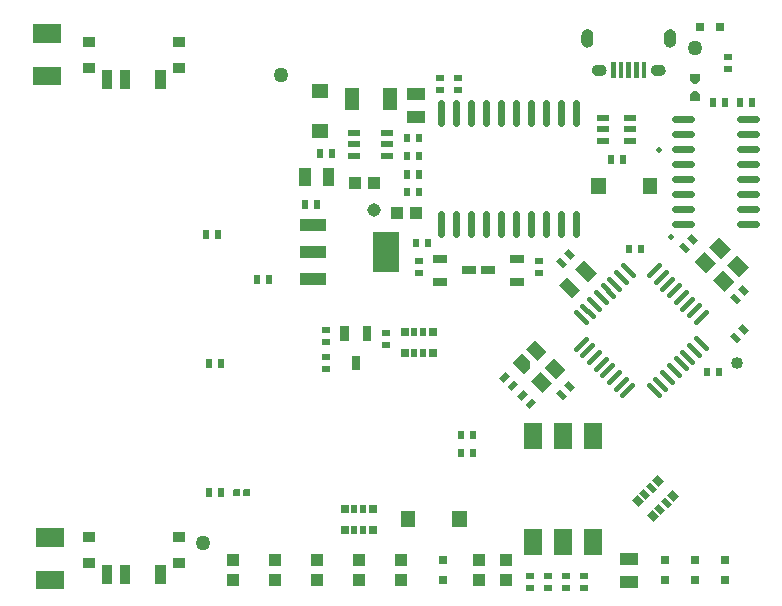
<source format=gtp>
G04 Layer: TopPasteMaskLayer*
G04 EasyEDA v6.4.25, 2021-12-03T12:42:08+01:00*
G04 2d58df8d6caf48aab7ee05f2cd6f65b2,9c416354eb984020824aaf9c885bead6,10*
G04 Gerber Generator version 0.2*
G04 Scale: 100 percent, Rotated: No, Reflected: No *
G04 Dimensions in inches *
G04 leading zeros omitted , absolute positions ,3 integer and 6 decimal *
%FSLAX36Y36*%
%MOIN*%

%ADD12C,0.0200*%
%ADD13C,0.0400*%
%ADD17C,0.0236*%
%ADD18C,0.0237*%
%ADD19C,0.0177*%
%ADD22C,0.0500*%
%ADD23C,0.0450*%
%ADD24R,0.0935X0.0633*%
%ADD26R,0.0197X0.0315*%
%ADD27R,0.0551X0.0472*%
%ADD29R,0.0256X0.0315*%
%ADD30R,0.0315X0.0315*%
%ADD31R,0.0394X0.0217*%
%ADD32R,0.0422X0.0209*%
%ADD33R,0.0484X0.0535*%
%ADD35R,0.0394X0.0354*%
%ADD37R,0.0866X0.1378*%
%ADD38R,0.0866X0.0433*%
%ADD39R,0.0315X0.0197*%
%ADD40R,0.0492X0.0276*%
%ADD42R,0.0610X0.0394*%
%ADD44R,0.0390X0.0430*%
%ADD45R,0.0394X0.0433*%
%ADD46R,0.0600X0.0900*%
%ADD47R,0.0472X0.0748*%

%LPD*%
G36*
X976900Y-609360D02*
G01*
X975320Y-610940D01*
X975320Y-629060D01*
X976900Y-630640D01*
X996600Y-630640D01*
X998180Y-629060D01*
X998180Y-610940D01*
X996600Y-609360D01*
G37*
G36*
X943400Y-609360D02*
G01*
X941820Y-610940D01*
X941820Y-629060D01*
X943400Y-630640D01*
X963100Y-630640D01*
X964680Y-629060D01*
X964680Y-610940D01*
X963100Y-609360D01*
G37*
G36*
X2397300Y923660D02*
G01*
X2395340Y923500D01*
X2393420Y923160D01*
X2391520Y922640D01*
X2389700Y921919D01*
X2387960Y921020D01*
X2386300Y919960D01*
X2384760Y918740D01*
X2383360Y917360D01*
X2382100Y915860D01*
X2381000Y914240D01*
X2380060Y912520D01*
X2379300Y910699D01*
X2378720Y908840D01*
X2378320Y906919D01*
X2378140Y904960D01*
X2378100Y882320D01*
X2378200Y880360D01*
X2378500Y878420D01*
X2378980Y876520D01*
X2379660Y874680D01*
X2380500Y872900D01*
X2381540Y871240D01*
X2382720Y869680D01*
X2384040Y868240D01*
X2385520Y866940D01*
X2387120Y865780D01*
X2388820Y864800D01*
X2390600Y864000D01*
X2392460Y863379D01*
X2394380Y862940D01*
X2396320Y862700D01*
X2398280Y862640D01*
X2400240Y862800D01*
X2402180Y863139D01*
X2404060Y863660D01*
X2405900Y864380D01*
X2407640Y865280D01*
X2409280Y866340D01*
X2410820Y867560D01*
X2412220Y868940D01*
X2413480Y870440D01*
X2414600Y872060D01*
X2415540Y873780D01*
X2416300Y875600D01*
X2416880Y877460D01*
X2417260Y879380D01*
X2417460Y881340D01*
X2417480Y903980D01*
X2417380Y905939D01*
X2417080Y907880D01*
X2416600Y909780D01*
X2415940Y911620D01*
X2415080Y913400D01*
X2414060Y915060D01*
X2412880Y916640D01*
X2411540Y918060D01*
X2410060Y919360D01*
X2408480Y920520D01*
X2406780Y921500D01*
X2404980Y922300D01*
X2403120Y922920D01*
X2401220Y923360D01*
X2399260Y923600D01*
G37*
G36*
X2121720Y923660D02*
G01*
X2119760Y923500D01*
X2117820Y923160D01*
X2115940Y922640D01*
X2114100Y921919D01*
X2112360Y921020D01*
X2110720Y919960D01*
X2109180Y918740D01*
X2107780Y917360D01*
X2106520Y915860D01*
X2105400Y914240D01*
X2104460Y912520D01*
X2103700Y910699D01*
X2103120Y908840D01*
X2102740Y906919D01*
X2102540Y904960D01*
X2102520Y882320D01*
X2102620Y880360D01*
X2102920Y878420D01*
X2103400Y876520D01*
X2104060Y874680D01*
X2104920Y872900D01*
X2105940Y871240D01*
X2107120Y869680D01*
X2108460Y868240D01*
X2109940Y866940D01*
X2111520Y865780D01*
X2113220Y864800D01*
X2115020Y864000D01*
X2116880Y863379D01*
X2118780Y862940D01*
X2120740Y862700D01*
X2122700Y862640D01*
X2124660Y862800D01*
X2126580Y863139D01*
X2128480Y863660D01*
X2130300Y864380D01*
X2132040Y865280D01*
X2133700Y866340D01*
X2135240Y867560D01*
X2136640Y868940D01*
X2137900Y870440D01*
X2139000Y872060D01*
X2139940Y873780D01*
X2140700Y875600D01*
X2141280Y877460D01*
X2141680Y879380D01*
X2141860Y881340D01*
X2141900Y903980D01*
X2141800Y905939D01*
X2141500Y907880D01*
X2141020Y909780D01*
X2140340Y911620D01*
X2139500Y913400D01*
X2138460Y915060D01*
X2137280Y916640D01*
X2135960Y918060D01*
X2134480Y919360D01*
X2132880Y920520D01*
X2131180Y921500D01*
X2129400Y922300D01*
X2127540Y922920D01*
X2125620Y923360D01*
X2123680Y923600D01*
G37*
G36*
X2352520Y805560D02*
G01*
X2350660Y805460D01*
X2348820Y805180D01*
X2347000Y804720D01*
X2345260Y804080D01*
X2343580Y803280D01*
X2341980Y802300D01*
X2340500Y801180D01*
X2339140Y799900D01*
X2337900Y798520D01*
X2336800Y797000D01*
X2335880Y795380D01*
X2335120Y793680D01*
X2334520Y791919D01*
X2334100Y790100D01*
X2333860Y788240D01*
X2333820Y786380D01*
X2333960Y784520D01*
X2334280Y782680D01*
X2334800Y780900D01*
X2335480Y779160D01*
X2336320Y777500D01*
X2337340Y775939D01*
X2338500Y774479D01*
X2339800Y773139D01*
X2341220Y771940D01*
X2342760Y770900D01*
X2344400Y770000D01*
X2346120Y769280D01*
X2347900Y768720D01*
X2349740Y768360D01*
X2351580Y768180D01*
X2364340Y768139D01*
X2366200Y768240D01*
X2368040Y768520D01*
X2369840Y768980D01*
X2371600Y769620D01*
X2373280Y770420D01*
X2374860Y771400D01*
X2376360Y772520D01*
X2377720Y773800D01*
X2378960Y775180D01*
X2380040Y776700D01*
X2380980Y778319D01*
X2381740Y780020D01*
X2382340Y781780D01*
X2382740Y783600D01*
X2382980Y785460D01*
X2383020Y787320D01*
X2382880Y789180D01*
X2382560Y791020D01*
X2382060Y792800D01*
X2381380Y794539D01*
X2380520Y796200D01*
X2379520Y797760D01*
X2378360Y799220D01*
X2377060Y800560D01*
X2375620Y801760D01*
X2374080Y802800D01*
X2372440Y803700D01*
X2370720Y804419D01*
X2368940Y804980D01*
X2367120Y805340D01*
X2365260Y805520D01*
G37*
G36*
X2155660Y805560D02*
G01*
X2153800Y805460D01*
X2151960Y805180D01*
X2150160Y804720D01*
X2148400Y804080D01*
X2146720Y803280D01*
X2145140Y802300D01*
X2143640Y801180D01*
X2142280Y799900D01*
X2141040Y798520D01*
X2139960Y797000D01*
X2139020Y795380D01*
X2138260Y793680D01*
X2137660Y791919D01*
X2137260Y790100D01*
X2137020Y788240D01*
X2136980Y786380D01*
X2137120Y784520D01*
X2137440Y782680D01*
X2137940Y780900D01*
X2138620Y779160D01*
X2139480Y777500D01*
X2140480Y775939D01*
X2141640Y774479D01*
X2142940Y773139D01*
X2144380Y771940D01*
X2145920Y770900D01*
X2147560Y770000D01*
X2149280Y769280D01*
X2151060Y768720D01*
X2152880Y768360D01*
X2154740Y768180D01*
X2167480Y768139D01*
X2169340Y768240D01*
X2171180Y768520D01*
X2173000Y768980D01*
X2174740Y769620D01*
X2176420Y770420D01*
X2178020Y771400D01*
X2179500Y772520D01*
X2180860Y773800D01*
X2182100Y775180D01*
X2183200Y776700D01*
X2184120Y778319D01*
X2184880Y780020D01*
X2185480Y781780D01*
X2185900Y783600D01*
X2186140Y785460D01*
X2186180Y787320D01*
X2186040Y789180D01*
X2185720Y791020D01*
X2185200Y792800D01*
X2184520Y794539D01*
X2183680Y796200D01*
X2182660Y797760D01*
X2181500Y799220D01*
X2180200Y800560D01*
X2178780Y801760D01*
X2177240Y802800D01*
X2175600Y803700D01*
X2173880Y804419D01*
X2172100Y804980D01*
X2170260Y805340D01*
X2168420Y805520D01*
G37*
G36*
X2303300Y813460D02*
G01*
X2303300Y760260D01*
X2319100Y760260D01*
X2319100Y813460D01*
G37*
G36*
X2277700Y813460D02*
G01*
X2277700Y760260D01*
X2293500Y760260D01*
X2293500Y813460D01*
G37*
G36*
X2252100Y813439D02*
G01*
X2252100Y760260D01*
X2267900Y760260D01*
X2267900Y813439D01*
G37*
G36*
X2226500Y813439D02*
G01*
X2226500Y760260D01*
X2242300Y760260D01*
X2242300Y813439D01*
G37*
G36*
X2200900Y813460D02*
G01*
X2200900Y760260D01*
X2216700Y760260D01*
X2216700Y813460D01*
G37*
G36*
X2474560Y717600D02*
G01*
X2463000Y706800D01*
X2463000Y686979D01*
X2465520Y684460D01*
X2494480Y684460D01*
X2497000Y686979D01*
X2497000Y706800D01*
X2485440Y717600D01*
G37*
G36*
X2465520Y775540D02*
G01*
X2463000Y773020D01*
X2463000Y753199D01*
X2474560Y742400D01*
X2485440Y742400D01*
X2497000Y753199D01*
X2497000Y773020D01*
X2494480Y775540D01*
G37*
D18*
X2469247Y625000D02*
G01*
X2415352Y625000D01*
X2469247Y575000D02*
G01*
X2415352Y575000D01*
X2469247Y525000D02*
G01*
X2415352Y525000D01*
X2469247Y475000D02*
G01*
X2415352Y475000D01*
X2469247Y425000D02*
G01*
X2415352Y425000D01*
X2469247Y375000D02*
G01*
X2415352Y375000D01*
X2469247Y325000D02*
G01*
X2415352Y325000D01*
X2469247Y275000D02*
G01*
X2415352Y275000D01*
X2684648Y625000D02*
G01*
X2630752Y625000D01*
X2684648Y575000D02*
G01*
X2630752Y575000D01*
X2684648Y525000D02*
G01*
X2630752Y525000D01*
X2684648Y475000D02*
G01*
X2630752Y475000D01*
X2684648Y425000D02*
G01*
X2630752Y425000D01*
X2684648Y375000D02*
G01*
X2630752Y375000D01*
X2684648Y325000D02*
G01*
X2630752Y325000D01*
X2684648Y275000D02*
G01*
X2630752Y275000D01*
D19*
X2360722Y136633D02*
G01*
X2327317Y103227D01*
X2383002Y114353D02*
G01*
X2349597Y80947D01*
X2405272Y92082D02*
G01*
X2371867Y58676D01*
X2427542Y69812D02*
G01*
X2394137Y36406D01*
X2449813Y47543D02*
G01*
X2416406Y14137D01*
X2472083Y25273D02*
G01*
X2438676Y-8132D01*
X2494353Y3002D02*
G01*
X2460946Y-30403D01*
X2516633Y-19277D02*
G01*
X2483226Y-52683D01*
X2516273Y-140372D02*
G01*
X2482866Y-106966D01*
X2494003Y-162653D02*
G01*
X2460596Y-129247D01*
X2471733Y-184922D02*
G01*
X2438326Y-151516D01*
X2449462Y-207193D02*
G01*
X2416057Y-173787D01*
X2427192Y-229463D02*
G01*
X2393787Y-196057D01*
X2404922Y-251732D02*
G01*
X2371517Y-218326D01*
X2382653Y-274002D02*
G01*
X2349246Y-240596D01*
X2360372Y-296273D02*
G01*
X2326967Y-262867D01*
X2272682Y-263227D02*
G01*
X2239277Y-296633D01*
X2250402Y-240947D02*
G01*
X2216997Y-274353D01*
X2228132Y-218676D02*
G01*
X2194727Y-252082D01*
X2205862Y-196406D02*
G01*
X2172457Y-229812D01*
X2183593Y-174137D02*
G01*
X2150186Y-207543D01*
X2161323Y-151867D02*
G01*
X2127916Y-185273D01*
X2139053Y-129596D02*
G01*
X2105646Y-163002D01*
X2116773Y-107316D02*
G01*
X2083366Y-140722D01*
X2117133Y-53033D02*
G01*
X2083726Y-19627D01*
X2139403Y-30763D02*
G01*
X2105996Y2642D01*
X2161673Y-8483D02*
G01*
X2128266Y24922D01*
X2183942Y13777D02*
G01*
X2150537Y47182D01*
X2206223Y36057D02*
G01*
X2172816Y69463D01*
X2228482Y58326D02*
G01*
X2195077Y91732D01*
X2250762Y80596D02*
G01*
X2217357Y114002D01*
X2273032Y102867D02*
G01*
X2239627Y136273D01*
D17*
X1635000Y241494D02*
G01*
X1635000Y308424D01*
X1685000Y241494D02*
G01*
X1685000Y308424D01*
X1735000Y241494D02*
G01*
X1735000Y308424D01*
X1785000Y241494D02*
G01*
X1785000Y308424D01*
X1835000Y241494D02*
G01*
X1835000Y308424D01*
X1885000Y241494D02*
G01*
X1885000Y308424D01*
X1935000Y241494D02*
G01*
X1935000Y308424D01*
X1985000Y241494D02*
G01*
X1985000Y308424D01*
X2035000Y241494D02*
G01*
X2035000Y308424D01*
X2085000Y241494D02*
G01*
X2085000Y308424D01*
X1635000Y611574D02*
G01*
X1635000Y678503D01*
X1685000Y611574D02*
G01*
X1685000Y678503D01*
X1735000Y611574D02*
G01*
X1735000Y678503D01*
X1785000Y611574D02*
G01*
X1785000Y678503D01*
X1835000Y611574D02*
G01*
X1835000Y678503D01*
X1885000Y611574D02*
G01*
X1885000Y678503D01*
X1935000Y611574D02*
G01*
X1935000Y678503D01*
X1985000Y611574D02*
G01*
X1985000Y678503D01*
X2035000Y611574D02*
G01*
X2035000Y678503D01*
X2085000Y611574D02*
G01*
X2085000Y678503D01*
D22*
G01*
X840000Y-790000D03*
G01*
X1100000Y770000D03*
D23*
G01*
X1410000Y320000D03*
D22*
G01*
X2480000Y860000D03*
D12*
G01*
X2360000Y520000D03*
G01*
X2400000Y230000D03*
D13*
G01*
X2620000Y-190000D03*
D24*
G01*
X320000Y768989D03*
G36*
X366772Y879371D02*
G01*
X273227Y879371D01*
X273227Y942658D01*
X366772Y942658D01*
G37*
G01*
X330000Y-911010D03*
G36*
X376772Y-800628D02*
G01*
X283227Y-800628D01*
X283227Y-737341D01*
X376772Y-737341D01*
G37*
G36*
X2492010Y219742D02*
G01*
X2478091Y205823D01*
X2455820Y228095D01*
X2469738Y242013D01*
G37*
G36*
X2464170Y191903D02*
G01*
X2450252Y177984D01*
X2427981Y200255D01*
X2441899Y214175D01*
G37*
G36*
X2597990Y30257D02*
G01*
X2611908Y44176D01*
X2634179Y21904D01*
X2620261Y7986D01*
G37*
G36*
X2625829Y58096D02*
G01*
X2639747Y72015D01*
X2662019Y49744D01*
X2648100Y35824D01*
G37*
G36*
X2512236Y182456D02*
G01*
X2551211Y143483D01*
X2517804Y110075D01*
X2478831Y149050D01*
G37*
G36*
X2573482Y121210D02*
G01*
X2612457Y82237D01*
X2579049Y48831D01*
X2540075Y87804D01*
G37*
G36*
X2622201Y169931D02*
G01*
X2661175Y130956D01*
X2627770Y97550D01*
X2588796Y136525D01*
G37*
G36*
X2560955Y231174D02*
G01*
X2599930Y192201D01*
X2566522Y158793D01*
X2527548Y197768D01*
G37*
D29*
G01*
X1312759Y-745430D03*
G01*
X1312759Y-674560D03*
D26*
G01*
X1344250Y-745430D03*
G01*
X1344250Y-674560D03*
G01*
X1375749Y-745430D03*
G01*
X1375749Y-674560D03*
D29*
G01*
X1407240Y-745430D03*
G01*
X1407240Y-674560D03*
G01*
X1512759Y-155430D03*
G01*
X1512759Y-84560D03*
D26*
G01*
X1544250Y-155430D03*
G01*
X1544250Y-84560D03*
G01*
X1575749Y-155430D03*
G01*
X1575749Y-84560D03*
D29*
G01*
X1607240Y-155430D03*
G01*
X1607240Y-84560D03*
G36*
X2361832Y-700540D02*
G01*
X2343738Y-718635D01*
X2321468Y-696365D01*
X2339561Y-678270D01*
G37*
G36*
X2311724Y-650432D02*
G01*
X2293630Y-668527D01*
X2271359Y-646255D01*
X2289453Y-628161D01*
G37*
G36*
X2382012Y-680362D02*
G01*
X2368092Y-694282D01*
X2345821Y-672011D01*
X2359741Y-658090D01*
G37*
G36*
X2331904Y-630252D02*
G01*
X2317983Y-644172D01*
X2295712Y-621902D01*
X2309633Y-607982D01*
G37*
G36*
X2404287Y-658088D02*
G01*
X2390366Y-672008D01*
X2368095Y-649737D01*
X2382016Y-635817D01*
G37*
G36*
X2354178Y-607978D02*
G01*
X2340258Y-621898D01*
X2317987Y-599627D01*
X2331907Y-585707D01*
G37*
G36*
X2428640Y-633733D02*
G01*
X2410546Y-651828D01*
X2388275Y-629556D01*
X2406369Y-611462D01*
G37*
G36*
X2378531Y-583625D02*
G01*
X2360438Y-601720D01*
X2338167Y-579448D01*
X2356261Y-561354D01*
G37*
D30*
G01*
X1640000Y-846500D03*
G01*
X1640000Y-913499D03*
D31*
G01*
X1344880Y502600D03*
G01*
X1344880Y540000D03*
G01*
X1344880Y577399D03*
G01*
X1455119Y577399D03*
G01*
X1455119Y540000D03*
G01*
X1455119Y502600D03*
D32*
G01*
X2174759Y627399D03*
G01*
X2174759Y590000D03*
G01*
X2174759Y552600D03*
G01*
X2265240Y552600D03*
G01*
X2265240Y590000D03*
G01*
X2265240Y627399D03*
G36*
X2183189Y426772D02*
G01*
X2183189Y373227D01*
X2134763Y373227D01*
X2134763Y426772D01*
G37*
G36*
X2306810Y426772D02*
G01*
X2306810Y373227D01*
X2355236Y373227D01*
X2355236Y426772D01*
G37*
G36*
X1671810Y-736772D02*
G01*
X1671810Y-683227D01*
X1720236Y-683227D01*
X1720236Y-736772D01*
G37*
D33*
G01*
X1523980Y-710000D03*
G36*
X503698Y-861003D02*
G01*
X539130Y-861003D01*
X539130Y-923996D01*
X503698Y-923996D01*
G37*
G36*
X562759Y-861003D02*
G01*
X598191Y-861003D01*
X598191Y-923996D01*
X562759Y-923996D01*
G37*
G36*
X680869Y-861003D02*
G01*
X716302Y-861003D01*
X716302Y-923996D01*
X680869Y-923996D01*
G37*
D35*
G01*
X460399Y-854110D03*
G01*
X460399Y-767500D03*
G01*
X759609Y-854110D03*
G01*
X759609Y-767500D03*
G36*
X503698Y788996D02*
G01*
X539130Y788996D01*
X539130Y726003D01*
X503698Y726003D01*
G37*
G36*
X562759Y788996D02*
G01*
X598191Y788996D01*
X598191Y726003D01*
X562759Y726003D01*
G37*
G36*
X680869Y788996D02*
G01*
X716302Y788996D01*
X716302Y726003D01*
X680869Y726003D01*
G37*
G01*
X460399Y795889D03*
G01*
X460399Y882500D03*
G01*
X759609Y795889D03*
G01*
X759609Y882500D03*
G36*
X879843Y255747D02*
G01*
X899528Y255747D01*
X899528Y224252D01*
X879843Y224252D01*
G37*
G36*
X840473Y255747D02*
G01*
X860158Y255747D01*
X860158Y224252D01*
X840473Y224252D01*
G37*
G36*
X889843Y-174252D02*
G01*
X909528Y-174252D01*
X909528Y-205747D01*
X889843Y-205747D01*
G37*
G36*
X850473Y-174252D02*
G01*
X870158Y-174252D01*
X870158Y-205747D01*
X850473Y-205747D01*
G37*
G36*
X889843Y-604252D02*
G01*
X909528Y-604252D01*
X909528Y-635747D01*
X889843Y-635747D01*
G37*
G36*
X850473Y-604252D02*
G01*
X870158Y-604252D01*
X870158Y-635747D01*
X850473Y-635747D01*
G37*
D37*
G01*
X1451999Y180000D03*
D38*
G01*
X1208000Y89450D03*
G01*
X1208000Y180000D03*
G01*
X1208000Y270549D03*
D26*
G01*
X1550309Y210000D03*
G01*
X1589679Y210000D03*
D39*
G01*
X1630000Y720309D03*
G01*
X1630000Y759679D03*
G36*
X1549843Y455747D02*
G01*
X1569528Y455747D01*
X1569528Y424252D01*
X1549843Y424252D01*
G37*
G36*
X1510473Y455747D02*
G01*
X1530158Y455747D01*
X1530158Y424252D01*
X1510473Y424252D01*
G37*
G01*
X1690000Y720309D03*
G01*
X1690000Y759679D03*
D26*
G01*
X1559679Y500000D03*
G01*
X1520309Y500000D03*
D40*
G01*
X1790799Y120000D03*
G01*
X1889200Y157399D03*
G01*
X1889200Y82600D03*
G01*
X1630799Y157399D03*
G01*
X1630799Y82600D03*
G01*
X1729200Y120000D03*
G36*
X1336220Y-164594D02*
G01*
X1363779Y-164594D01*
X1363779Y-213805D01*
X1336220Y-213805D01*
G37*
G36*
X1298819Y-66194D02*
G01*
X1326379Y-66194D01*
X1326381Y-115405D01*
X1298819Y-115405D01*
G37*
G36*
X1373620Y-66194D02*
G01*
X1401180Y-66194D01*
X1401180Y-115405D01*
X1373618Y-115405D01*
G37*
D39*
G01*
X1450000Y-90309D03*
G01*
X1450000Y-129679D03*
G01*
X1250000Y-119690D03*
G01*
X1250000Y-80320D03*
G01*
X2110000Y-939690D03*
G01*
X2110000Y-900320D03*
G36*
X1938095Y-305824D02*
G01*
X1952015Y-319744D01*
X1929744Y-342015D01*
X1915825Y-328096D01*
G37*
G36*
X1910257Y-277986D02*
G01*
X1924175Y-291904D01*
X1901904Y-314176D01*
X1887986Y-300257D01*
G37*
G01*
X2050000Y-939690D03*
G01*
X2050000Y-900320D03*
G01*
X1990000Y-939690D03*
G01*
X1990000Y-900320D03*
G01*
X1930000Y-939690D03*
G01*
X1930000Y-900320D03*
D30*
G01*
X2480000Y-846500D03*
G01*
X2480000Y-913499D03*
G01*
X2563500Y930000D03*
G01*
X2496499Y930000D03*
G01*
X2580000Y-846500D03*
G01*
X2580000Y-913499D03*
G01*
X2380000Y-846500D03*
G01*
X2380000Y-913499D03*
D26*
G01*
X1700309Y-430000D03*
G01*
X1739679Y-430000D03*
G01*
X1700309Y-490000D03*
G01*
X1739679Y-490000D03*
D39*
G01*
X1960000Y110309D03*
G01*
X1960000Y149679D03*
G01*
X1250000Y-209679D03*
G01*
X1250000Y-170309D03*
G36*
X2082010Y169742D02*
G01*
X2068091Y155823D01*
X2045820Y178095D01*
X2059738Y192013D01*
G37*
G36*
X2054170Y141903D02*
G01*
X2040252Y127984D01*
X2017980Y150255D01*
X2031899Y164175D01*
G37*
D26*
G01*
X2559679Y-220000D03*
G01*
X2520309Y-220000D03*
G36*
X2530475Y695745D02*
G01*
X2550160Y695745D01*
X2550160Y664248D01*
X2530475Y664248D01*
G37*
G36*
X2569845Y695745D02*
G01*
X2589530Y695745D01*
X2589530Y664248D01*
X2569845Y664248D01*
G37*
G36*
X2597990Y-99742D02*
G01*
X2611908Y-85823D01*
X2634179Y-108095D01*
X2620261Y-122013D01*
G37*
G36*
X2625829Y-71903D02*
G01*
X2639747Y-57984D01*
X2662019Y-80255D01*
X2648100Y-94175D01*
G37*
D42*
G01*
X1550000Y630630D03*
G01*
X1550000Y709369D03*
D26*
G01*
X1559679Y560000D03*
G01*
X1520309Y560000D03*
G36*
X1160945Y460511D02*
G01*
X1200315Y460511D01*
X1200315Y399488D01*
X1160945Y399488D01*
G37*
G36*
X1239684Y460511D02*
G01*
X1279054Y460511D01*
X1279054Y399488D01*
X1239684Y399488D01*
G37*
G36*
X1220475Y525745D02*
G01*
X1240160Y525745D01*
X1240160Y494248D01*
X1220475Y494248D01*
G37*
G36*
X1259845Y525745D02*
G01*
X1279530Y525745D01*
X1279530Y494248D01*
X1259845Y494248D01*
G37*
G36*
X1010475Y105745D02*
G01*
X1030160Y105745D01*
X1030160Y74248D01*
X1010475Y74248D01*
G37*
G36*
X1049845Y105745D02*
G01*
X1069530Y105745D01*
X1069530Y74248D01*
X1049845Y74248D01*
G37*
G36*
X1170475Y355745D02*
G01*
X1190160Y355745D01*
X1190160Y324248D01*
X1170475Y324248D01*
G37*
G36*
X1209845Y355745D02*
G01*
X1229530Y355745D01*
X1229530Y324248D01*
X1209845Y324248D01*
G37*
G01*
X2260309Y190000D03*
G01*
X2299679Y190000D03*
G01*
X1520309Y380000D03*
G01*
X1559679Y380000D03*
G36*
X2082010Y-270257D02*
G01*
X2068091Y-284176D01*
X2045820Y-261904D01*
X2059738Y-247986D01*
G37*
G36*
X2054170Y-298096D02*
G01*
X2040252Y-312015D01*
X2017980Y-289744D01*
X2031899Y-275824D01*
G37*
G36*
X1850257Y-217990D02*
G01*
X1864175Y-231909D01*
X1841904Y-254179D01*
X1827986Y-240261D01*
G37*
G36*
X1878095Y-245828D02*
G01*
X1892015Y-259747D01*
X1869744Y-282019D01*
X1855825Y-268099D01*
G37*
D27*
G01*
X1230000Y583069D03*
G01*
X1230000Y716930D03*
D44*
G01*
X940000Y-846500D03*
G01*
X940000Y-913499D03*
G01*
X1080000Y-846500D03*
G01*
X1080000Y-913499D03*
G01*
X1220000Y-846500D03*
G01*
X1220000Y-913499D03*
G01*
X1360000Y-846500D03*
G01*
X1360000Y-913499D03*
G01*
X1500000Y-846500D03*
G01*
X1500000Y-913499D03*
D45*
G01*
X1348500Y410000D03*
G01*
X1411490Y410000D03*
D39*
G01*
X1560000Y110309D03*
G01*
X1560000Y149679D03*
D45*
G01*
X1488500Y310000D03*
G01*
X1551490Y310000D03*
D46*
G01*
X2140000Y-432840D03*
G01*
X2140000Y-787170D03*
G01*
X2040000Y-787170D03*
G01*
X2040000Y-432840D03*
G01*
X1940000Y-432840D03*
G01*
X1940000Y-787170D03*
G36*
X2153333Y110183D02*
G01*
X2125495Y82343D01*
X2082344Y125495D01*
X2110182Y153332D01*
G37*
G36*
X2097655Y54504D02*
G01*
X2069817Y26667D01*
X2026666Y69816D01*
X2054504Y97656D01*
G37*
D42*
G01*
X2260000Y-840630D03*
G01*
X2260000Y-919369D03*
G36*
X2190475Y505745D02*
G01*
X2210160Y505745D01*
X2210160Y474248D01*
X2190475Y474248D01*
G37*
G36*
X2229845Y505745D02*
G01*
X2249530Y505745D01*
X2249530Y474248D01*
X2229845Y474248D01*
G37*
G36*
X2620475Y695745D02*
G01*
X2640160Y695745D01*
X2640160Y664248D01*
X2620475Y664248D01*
G37*
G36*
X2659845Y695745D02*
G01*
X2679530Y695745D01*
X2679530Y664248D01*
X2659845Y664248D01*
G37*
D39*
G01*
X2590000Y790309D03*
G01*
X2590000Y829679D03*
D47*
G01*
X1336999Y690000D03*
G01*
X1462989Y690000D03*
G36*
X2009417Y-172851D02*
G01*
X2048392Y-211826D01*
X2016378Y-243841D01*
X1977403Y-204866D01*
G37*
G36*
X1903621Y-156149D02*
G01*
X1932523Y-185045D01*
X1932048Y-205673D01*
X1910580Y-227139D01*
X1871606Y-188164D01*
G37*
G36*
X1948168Y-111601D02*
G01*
X1987142Y-150576D01*
X1955128Y-182591D01*
X1916153Y-143616D01*
G37*
G36*
X1964871Y-217399D02*
G01*
X2003845Y-256372D01*
X1971830Y-288387D01*
X1932856Y-249414D01*
G37*
D44*
G01*
X1760000Y-846500D03*
G01*
X1760000Y-913499D03*
G01*
X1850000Y-846500D03*
G01*
X1850000Y-913499D03*
M02*

</source>
